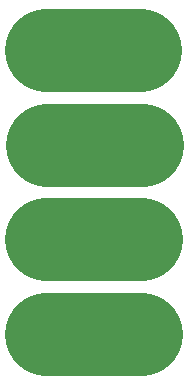
<source format=gto>
%TF.GenerationSoftware,KiCad,Pcbnew,4.0.5-e0-6337~49~ubuntu16.04.1*%
%TF.CreationDate,2017-01-18T14:25:02-08:00*%
%TF.ProjectId,2x4-Cap-Touch-Slider,3278342D4361702D546F7563682D536C,1.0*%
%TF.FileFunction,Legend,Top*%
%FSLAX46Y46*%
G04 Gerber Fmt 4.6, Leading zero omitted, Abs format (unit mm)*
G04 Created by KiCad (PCBNEW 4.0.5-e0-6337~49~ubuntu16.04.1) date Wed Jan 18 14:25:02 2017*
%MOMM*%
%LPD*%
G01*
G04 APERTURE LIST*
%ADD10C,0.350000*%
%ADD11C,7.000000*%
G04 APERTURE END LIST*
D10*
D11*
X148563600Y-81511600D02*
X140563600Y-81511600D01*
X148691600Y-89509600D02*
X140691600Y-89509600D01*
X148590000Y-97485200D02*
X140590000Y-97485200D01*
X148590000Y-105511600D02*
X140590000Y-105511600D01*
M02*

</source>
